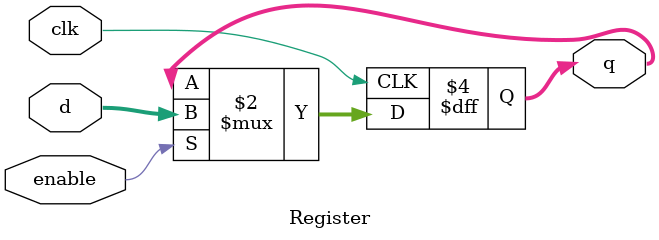
<source format=sv>
`timescale 1ns / 1ps

module Register(
    input logic clk,
    input logic enable,
    input logic [3:0] d,
    output logic [3:0] q);

    always_ff @(posedge clk)
        begin
            if (enable)
                q <= d;
        end 

endmodule

</source>
